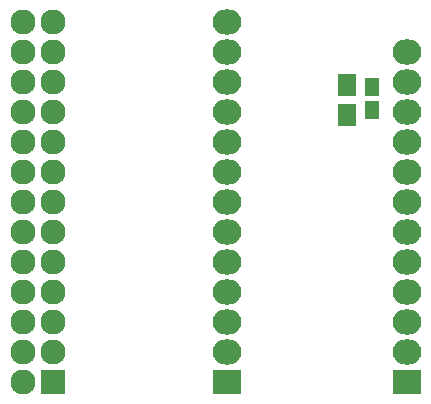
<source format=gbs>
G04 #@! TF.FileFunction,Soldermask,Bot*
%FSLAX46Y46*%
G04 Gerber Fmt 4.6, Leading zero omitted, Abs format (unit mm)*
G04 Created by KiCad (PCBNEW 4.0.1-stable) date Fri 15 Jan 2016 03:53:27 PM CST*
%MOMM*%
G01*
G04 APERTURE LIST*
%ADD10C,0.100000*%
%ADD11R,1.650000X1.900000*%
%ADD12R,1.150000X1.600000*%
%ADD13R,2.127200X2.127200*%
%ADD14O,2.127200X2.127200*%
%ADD15R,2.432000X2.127200*%
%ADD16O,2.432000X2.127200*%
G04 APERTURE END LIST*
D10*
D11*
X132588000Y-110510000D03*
X132588000Y-113010000D03*
D12*
X134747000Y-110683000D03*
X134747000Y-112583000D03*
D13*
X107696000Y-135636000D03*
D14*
X105156000Y-135636000D03*
X107696000Y-133096000D03*
X105156000Y-133096000D03*
X107696000Y-130556000D03*
X105156000Y-130556000D03*
X107696000Y-128016000D03*
X105156000Y-128016000D03*
X107696000Y-125476000D03*
X105156000Y-125476000D03*
X107696000Y-122936000D03*
X105156000Y-122936000D03*
X107696000Y-120396000D03*
X105156000Y-120396000D03*
X107696000Y-117856000D03*
X105156000Y-117856000D03*
X107696000Y-115316000D03*
X105156000Y-115316000D03*
X107696000Y-112776000D03*
X105156000Y-112776000D03*
X107696000Y-110236000D03*
X105156000Y-110236000D03*
X107696000Y-107696000D03*
X105156000Y-107696000D03*
X107696000Y-105156000D03*
X105156000Y-105156000D03*
D15*
X122428000Y-135636000D03*
D16*
X122428000Y-133096000D03*
X122428000Y-130556000D03*
X122428000Y-128016000D03*
X122428000Y-125476000D03*
X122428000Y-122936000D03*
X122428000Y-120396000D03*
X122428000Y-117856000D03*
X122428000Y-115316000D03*
X122428000Y-112776000D03*
X122428000Y-110236000D03*
X122428000Y-107696000D03*
X122428000Y-105156000D03*
D15*
X137668000Y-135636000D03*
D16*
X137668000Y-133096000D03*
X137668000Y-130556000D03*
X137668000Y-128016000D03*
X137668000Y-125476000D03*
X137668000Y-122936000D03*
X137668000Y-120396000D03*
X137668000Y-117856000D03*
X137668000Y-115316000D03*
X137668000Y-112776000D03*
X137668000Y-110236000D03*
X137668000Y-107696000D03*
M02*

</source>
